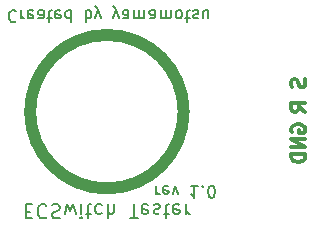
<source format=gbr>
G04 #@! TF.GenerationSoftware,KiCad,Pcbnew,(5.0.2)-1*
G04 #@! TF.CreationDate,2020-03-09T19:04:08+09:00*
G04 #@! TF.ProjectId,eckeyboard,65636b65-7962-46f6-9172-642e6b696361,rev?*
G04 #@! TF.SameCoordinates,Original*
G04 #@! TF.FileFunction,Legend,Bot*
G04 #@! TF.FilePolarity,Positive*
%FSLAX46Y46*%
G04 Gerber Fmt 4.6, Leading zero omitted, Abs format (unit mm)*
G04 Created by KiCad (PCBNEW (5.0.2)-1) date 2020/03/09 19:04:08*
%MOMM*%
%LPD*%
G01*
G04 APERTURE LIST*
%ADD10C,0.300000*%
%ADD11C,0.200000*%
%ADD12C,1.000000*%
G04 APERTURE END LIST*
D10*
X110721714Y-70904142D02*
X110778857Y-71075571D01*
X110778857Y-71361285D01*
X110721714Y-71475571D01*
X110664571Y-71532714D01*
X110550285Y-71589857D01*
X110436000Y-71589857D01*
X110321714Y-71532714D01*
X110264571Y-71475571D01*
X110207428Y-71361285D01*
X110150285Y-71132714D01*
X110093142Y-71018428D01*
X110036000Y-70961285D01*
X109921714Y-70904142D01*
X109807428Y-70904142D01*
X109693142Y-70961285D01*
X109636000Y-71018428D01*
X109578857Y-71132714D01*
X109578857Y-71418428D01*
X109636000Y-71589857D01*
X109636000Y-75412714D02*
X109578857Y-75298428D01*
X109578857Y-75127000D01*
X109636000Y-74955571D01*
X109750285Y-74841285D01*
X109864571Y-74784142D01*
X110093142Y-74727000D01*
X110264571Y-74727000D01*
X110493142Y-74784142D01*
X110607428Y-74841285D01*
X110721714Y-74955571D01*
X110778857Y-75127000D01*
X110778857Y-75241285D01*
X110721714Y-75412714D01*
X110664571Y-75469857D01*
X110264571Y-75469857D01*
X110264571Y-75241285D01*
X110778857Y-75984142D02*
X109578857Y-75984142D01*
X110778857Y-76669857D01*
X109578857Y-76669857D01*
X110778857Y-77241285D02*
X109578857Y-77241285D01*
X109578857Y-77527000D01*
X109636000Y-77698428D01*
X109750285Y-77812714D01*
X109864571Y-77869857D01*
X110093142Y-77927000D01*
X110264571Y-77927000D01*
X110493142Y-77869857D01*
X110607428Y-77812714D01*
X110721714Y-77698428D01*
X110778857Y-77527000D01*
X110778857Y-77241285D01*
X110778857Y-73650428D02*
X110207428Y-73250428D01*
X110778857Y-72964714D02*
X109578857Y-72964714D01*
X109578857Y-73421857D01*
X109636000Y-73536142D01*
X109693142Y-73593285D01*
X109807428Y-73650428D01*
X109978857Y-73650428D01*
X110093142Y-73593285D01*
X110150285Y-73536142D01*
X110207428Y-73421857D01*
X110207428Y-72964714D01*
D11*
X86283523Y-65174857D02*
X86235904Y-65127238D01*
X86093047Y-65079619D01*
X85997809Y-65079619D01*
X85854952Y-65127238D01*
X85759714Y-65222476D01*
X85712095Y-65317714D01*
X85664476Y-65508190D01*
X85664476Y-65651047D01*
X85712095Y-65841523D01*
X85759714Y-65936761D01*
X85854952Y-66032000D01*
X85997809Y-66079619D01*
X86093047Y-66079619D01*
X86235904Y-66032000D01*
X86283523Y-65984380D01*
X86712095Y-65079619D02*
X86712095Y-65746285D01*
X86712095Y-65555809D02*
X86759714Y-65651047D01*
X86807333Y-65698666D01*
X86902571Y-65746285D01*
X86997809Y-65746285D01*
X87712095Y-65127238D02*
X87616857Y-65079619D01*
X87426380Y-65079619D01*
X87331142Y-65127238D01*
X87283523Y-65222476D01*
X87283523Y-65603428D01*
X87331142Y-65698666D01*
X87426380Y-65746285D01*
X87616857Y-65746285D01*
X87712095Y-65698666D01*
X87759714Y-65603428D01*
X87759714Y-65508190D01*
X87283523Y-65412952D01*
X88616857Y-65079619D02*
X88616857Y-65603428D01*
X88569238Y-65698666D01*
X88474000Y-65746285D01*
X88283523Y-65746285D01*
X88188285Y-65698666D01*
X88616857Y-65127238D02*
X88521619Y-65079619D01*
X88283523Y-65079619D01*
X88188285Y-65127238D01*
X88140666Y-65222476D01*
X88140666Y-65317714D01*
X88188285Y-65412952D01*
X88283523Y-65460571D01*
X88521619Y-65460571D01*
X88616857Y-65508190D01*
X88950190Y-65746285D02*
X89331142Y-65746285D01*
X89093047Y-66079619D02*
X89093047Y-65222476D01*
X89140666Y-65127238D01*
X89235904Y-65079619D01*
X89331142Y-65079619D01*
X90045428Y-65127238D02*
X89950190Y-65079619D01*
X89759714Y-65079619D01*
X89664476Y-65127238D01*
X89616857Y-65222476D01*
X89616857Y-65603428D01*
X89664476Y-65698666D01*
X89759714Y-65746285D01*
X89950190Y-65746285D01*
X90045428Y-65698666D01*
X90093047Y-65603428D01*
X90093047Y-65508190D01*
X89616857Y-65412952D01*
X90950190Y-65079619D02*
X90950190Y-66079619D01*
X90950190Y-65127238D02*
X90854952Y-65079619D01*
X90664476Y-65079619D01*
X90569238Y-65127238D01*
X90521619Y-65174857D01*
X90474000Y-65270095D01*
X90474000Y-65555809D01*
X90521619Y-65651047D01*
X90569238Y-65698666D01*
X90664476Y-65746285D01*
X90854952Y-65746285D01*
X90950190Y-65698666D01*
X92188285Y-65079619D02*
X92188285Y-66079619D01*
X92188285Y-65698666D02*
X92283523Y-65746285D01*
X92474000Y-65746285D01*
X92569238Y-65698666D01*
X92616857Y-65651047D01*
X92664476Y-65555809D01*
X92664476Y-65270095D01*
X92616857Y-65174857D01*
X92569238Y-65127238D01*
X92474000Y-65079619D01*
X92283523Y-65079619D01*
X92188285Y-65127238D01*
X92997809Y-65746285D02*
X93235904Y-65079619D01*
X93474000Y-65746285D02*
X93235904Y-65079619D01*
X93140666Y-64841523D01*
X93093047Y-64793904D01*
X92997809Y-64746285D01*
X94521619Y-65746285D02*
X94759714Y-65079619D01*
X94997809Y-65746285D02*
X94759714Y-65079619D01*
X94664476Y-64841523D01*
X94616857Y-64793904D01*
X94521619Y-64746285D01*
X95807333Y-65079619D02*
X95807333Y-65603428D01*
X95759714Y-65698666D01*
X95664476Y-65746285D01*
X95474000Y-65746285D01*
X95378761Y-65698666D01*
X95807333Y-65127238D02*
X95712095Y-65079619D01*
X95474000Y-65079619D01*
X95378761Y-65127238D01*
X95331142Y-65222476D01*
X95331142Y-65317714D01*
X95378761Y-65412952D01*
X95474000Y-65460571D01*
X95712095Y-65460571D01*
X95807333Y-65508190D01*
X96283523Y-65079619D02*
X96283523Y-65746285D01*
X96283523Y-65651047D02*
X96331142Y-65698666D01*
X96426380Y-65746285D01*
X96569238Y-65746285D01*
X96664476Y-65698666D01*
X96712095Y-65603428D01*
X96712095Y-65079619D01*
X96712095Y-65603428D02*
X96759714Y-65698666D01*
X96854952Y-65746285D01*
X96997809Y-65746285D01*
X97093047Y-65698666D01*
X97140666Y-65603428D01*
X97140666Y-65079619D01*
X98045428Y-65079619D02*
X98045428Y-65603428D01*
X97997809Y-65698666D01*
X97902571Y-65746285D01*
X97712095Y-65746285D01*
X97616857Y-65698666D01*
X98045428Y-65127238D02*
X97950190Y-65079619D01*
X97712095Y-65079619D01*
X97616857Y-65127238D01*
X97569238Y-65222476D01*
X97569238Y-65317714D01*
X97616857Y-65412952D01*
X97712095Y-65460571D01*
X97950190Y-65460571D01*
X98045428Y-65508190D01*
X98521619Y-65079619D02*
X98521619Y-65746285D01*
X98521619Y-65651047D02*
X98569238Y-65698666D01*
X98664476Y-65746285D01*
X98807333Y-65746285D01*
X98902571Y-65698666D01*
X98950190Y-65603428D01*
X98950190Y-65079619D01*
X98950190Y-65603428D02*
X98997809Y-65698666D01*
X99093047Y-65746285D01*
X99235904Y-65746285D01*
X99331142Y-65698666D01*
X99378761Y-65603428D01*
X99378761Y-65079619D01*
X99997809Y-65079619D02*
X99902571Y-65127238D01*
X99854952Y-65174857D01*
X99807333Y-65270095D01*
X99807333Y-65555809D01*
X99854952Y-65651047D01*
X99902571Y-65698666D01*
X99997809Y-65746285D01*
X100140666Y-65746285D01*
X100235904Y-65698666D01*
X100283523Y-65651047D01*
X100331142Y-65555809D01*
X100331142Y-65270095D01*
X100283523Y-65174857D01*
X100235904Y-65127238D01*
X100140666Y-65079619D01*
X99997809Y-65079619D01*
X100616857Y-65746285D02*
X100997809Y-65746285D01*
X100759714Y-66079619D02*
X100759714Y-65222476D01*
X100807333Y-65127238D01*
X100902571Y-65079619D01*
X100997809Y-65079619D01*
X101283523Y-65127238D02*
X101378761Y-65079619D01*
X101569238Y-65079619D01*
X101664476Y-65127238D01*
X101712095Y-65222476D01*
X101712095Y-65270095D01*
X101664476Y-65365333D01*
X101569238Y-65412952D01*
X101426380Y-65412952D01*
X101331142Y-65460571D01*
X101283523Y-65555809D01*
X101283523Y-65603428D01*
X101331142Y-65698666D01*
X101426380Y-65746285D01*
X101569238Y-65746285D01*
X101664476Y-65698666D01*
X102569238Y-65746285D02*
X102569238Y-65079619D01*
X102140666Y-65746285D02*
X102140666Y-65222476D01*
X102188285Y-65127238D01*
X102283523Y-65079619D01*
X102426380Y-65079619D01*
X102521619Y-65127238D01*
X102569238Y-65174857D01*
X98158095Y-79938619D02*
X98158095Y-80605285D01*
X98158095Y-80414809D02*
X98205714Y-80510047D01*
X98253333Y-80557666D01*
X98348571Y-80605285D01*
X98443809Y-80605285D01*
X99158095Y-79986238D02*
X99062857Y-79938619D01*
X98872380Y-79938619D01*
X98777142Y-79986238D01*
X98729523Y-80081476D01*
X98729523Y-80462428D01*
X98777142Y-80557666D01*
X98872380Y-80605285D01*
X99062857Y-80605285D01*
X99158095Y-80557666D01*
X99205714Y-80462428D01*
X99205714Y-80367190D01*
X98729523Y-80271952D01*
X99539047Y-80605285D02*
X99777142Y-79938619D01*
X100015238Y-80605285D01*
X101681904Y-79938619D02*
X101110476Y-79938619D01*
X101396190Y-79938619D02*
X101396190Y-80938619D01*
X101300952Y-80795761D01*
X101205714Y-80700523D01*
X101110476Y-80652904D01*
X102110476Y-80033857D02*
X102158095Y-79986238D01*
X102110476Y-79938619D01*
X102062857Y-79986238D01*
X102110476Y-80033857D01*
X102110476Y-79938619D01*
X102777142Y-80938619D02*
X102872380Y-80938619D01*
X102967619Y-80891000D01*
X103015238Y-80843380D01*
X103062857Y-80748142D01*
X103110476Y-80557666D01*
X103110476Y-80319571D01*
X103062857Y-80129095D01*
X103015238Y-80033857D01*
X102967619Y-79986238D01*
X102872380Y-79938619D01*
X102777142Y-79938619D01*
X102681904Y-79986238D01*
X102634285Y-80033857D01*
X102586666Y-80129095D01*
X102539047Y-80319571D01*
X102539047Y-80557666D01*
X102586666Y-80748142D01*
X102634285Y-80843380D01*
X102681904Y-80891000D01*
X102777142Y-80938619D01*
X87094285Y-82127714D02*
X87494285Y-82127714D01*
X87665714Y-81499142D02*
X87094285Y-81499142D01*
X87094285Y-82699142D01*
X87665714Y-82699142D01*
X88865714Y-81613428D02*
X88808571Y-81556285D01*
X88637142Y-81499142D01*
X88522857Y-81499142D01*
X88351428Y-81556285D01*
X88237142Y-81670571D01*
X88180000Y-81784857D01*
X88122857Y-82013428D01*
X88122857Y-82184857D01*
X88180000Y-82413428D01*
X88237142Y-82527714D01*
X88351428Y-82642000D01*
X88522857Y-82699142D01*
X88637142Y-82699142D01*
X88808571Y-82642000D01*
X88865714Y-82584857D01*
X89322857Y-81556285D02*
X89494285Y-81499142D01*
X89780000Y-81499142D01*
X89894285Y-81556285D01*
X89951428Y-81613428D01*
X90008571Y-81727714D01*
X90008571Y-81842000D01*
X89951428Y-81956285D01*
X89894285Y-82013428D01*
X89780000Y-82070571D01*
X89551428Y-82127714D01*
X89437142Y-82184857D01*
X89380000Y-82242000D01*
X89322857Y-82356285D01*
X89322857Y-82470571D01*
X89380000Y-82584857D01*
X89437142Y-82642000D01*
X89551428Y-82699142D01*
X89837142Y-82699142D01*
X90008571Y-82642000D01*
X90408571Y-82299142D02*
X90637142Y-81499142D01*
X90865714Y-82070571D01*
X91094285Y-81499142D01*
X91322857Y-82299142D01*
X91780000Y-81499142D02*
X91780000Y-82299142D01*
X91780000Y-82699142D02*
X91722857Y-82642000D01*
X91780000Y-82584857D01*
X91837142Y-82642000D01*
X91780000Y-82699142D01*
X91780000Y-82584857D01*
X92180000Y-82299142D02*
X92637142Y-82299142D01*
X92351428Y-82699142D02*
X92351428Y-81670571D01*
X92408571Y-81556285D01*
X92522857Y-81499142D01*
X92637142Y-81499142D01*
X93551428Y-81556285D02*
X93437142Y-81499142D01*
X93208571Y-81499142D01*
X93094285Y-81556285D01*
X93037142Y-81613428D01*
X92979999Y-81727714D01*
X92979999Y-82070571D01*
X93037142Y-82184857D01*
X93094285Y-82242000D01*
X93208571Y-82299142D01*
X93437142Y-82299142D01*
X93551428Y-82242000D01*
X94065714Y-81499142D02*
X94065714Y-82699142D01*
X94579999Y-81499142D02*
X94579999Y-82127714D01*
X94522857Y-82242000D01*
X94408571Y-82299142D01*
X94237142Y-82299142D01*
X94122857Y-82242000D01*
X94065714Y-82184857D01*
X95894285Y-82699142D02*
X96579999Y-82699142D01*
X96237142Y-81499142D02*
X96237142Y-82699142D01*
X97437142Y-81556285D02*
X97322857Y-81499142D01*
X97094285Y-81499142D01*
X96979999Y-81556285D01*
X96922857Y-81670571D01*
X96922857Y-82127714D01*
X96979999Y-82242000D01*
X97094285Y-82299142D01*
X97322857Y-82299142D01*
X97437142Y-82242000D01*
X97494285Y-82127714D01*
X97494285Y-82013428D01*
X96922857Y-81899142D01*
X97951428Y-81556285D02*
X98065714Y-81499142D01*
X98294285Y-81499142D01*
X98408571Y-81556285D01*
X98465714Y-81670571D01*
X98465714Y-81727714D01*
X98408571Y-81842000D01*
X98294285Y-81899142D01*
X98122857Y-81899142D01*
X98008571Y-81956285D01*
X97951428Y-82070571D01*
X97951428Y-82127714D01*
X98008571Y-82242000D01*
X98122857Y-82299142D01*
X98294285Y-82299142D01*
X98408571Y-82242000D01*
X98808571Y-82299142D02*
X99265714Y-82299142D01*
X98979999Y-82699142D02*
X98979999Y-81670571D01*
X99037142Y-81556285D01*
X99151428Y-81499142D01*
X99265714Y-81499142D01*
X100122857Y-81556285D02*
X100008571Y-81499142D01*
X99779999Y-81499142D01*
X99665714Y-81556285D01*
X99608571Y-81670571D01*
X99608571Y-82127714D01*
X99665714Y-82242000D01*
X99779999Y-82299142D01*
X100008571Y-82299142D01*
X100122857Y-82242000D01*
X100179999Y-82127714D01*
X100179999Y-82013428D01*
X99608571Y-81899142D01*
X100694285Y-81499142D02*
X100694285Y-82299142D01*
X100694285Y-82070571D02*
X100751428Y-82184857D01*
X100808571Y-82242000D01*
X100922857Y-82299142D01*
X101037142Y-82299142D01*
D12*
G04 #@! TO.C,TP1*
X100480000Y-73660000D02*
G75*
G03X100480000Y-73660000I-6500000J0D01*
G01*
G04 #@! TD*
M02*

</source>
